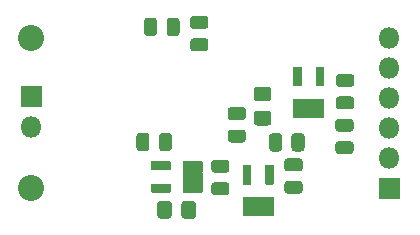
<source format=gbr>
G04 #@! TF.GenerationSoftware,KiCad,Pcbnew,(5.1.7)-1*
G04 #@! TF.CreationDate,2021-02-01T17:00:47-08:00*
G04 #@! TF.ProjectId,Conductivity_Sensor_v2,436f6e64-7563-4746-9976-6974795f5365,rev?*
G04 #@! TF.SameCoordinates,Original*
G04 #@! TF.FileFunction,Soldermask,Bot*
G04 #@! TF.FilePolarity,Negative*
%FSLAX46Y46*%
G04 Gerber Fmt 4.6, Leading zero omitted, Abs format (unit mm)*
G04 Created by KiCad (PCBNEW (5.1.7)-1) date 2021-02-01 17:00:47*
%MOMM*%
%LPD*%
G01*
G04 APERTURE LIST*
%ADD10O,1.802000X1.802000*%
%ADD11C,2.202000*%
%ADD12C,0.100000*%
G04 APERTURE END LIST*
D10*
X144602200Y-54038500D03*
X144602200Y-56578500D03*
X144602200Y-59118500D03*
X144602200Y-61658500D03*
X144602200Y-64198500D03*
G36*
G01*
X143701200Y-67588500D02*
X143701200Y-65888500D01*
G75*
G02*
X143752200Y-65837500I51000J0D01*
G01*
X145452200Y-65837500D01*
G75*
G02*
X145503200Y-65888500I0J-51000D01*
G01*
X145503200Y-67588500D01*
G75*
G02*
X145452200Y-67639500I-51000J0D01*
G01*
X143752200Y-67639500D01*
G75*
G02*
X143701200Y-67588500I0J51000D01*
G01*
G37*
G36*
G01*
X135999100Y-66111300D02*
X137000100Y-66111300D01*
G75*
G02*
X137275600Y-66386800I0J-275500D01*
G01*
X137275600Y-66937800D01*
G75*
G02*
X137000100Y-67213300I-275500J0D01*
G01*
X135999100Y-67213300D01*
G75*
G02*
X135723600Y-66937800I0J275500D01*
G01*
X135723600Y-66386800D01*
G75*
G02*
X135999100Y-66111300I275500J0D01*
G01*
G37*
G36*
G01*
X135999100Y-64211300D02*
X137000100Y-64211300D01*
G75*
G02*
X137275600Y-64486800I0J-275500D01*
G01*
X137275600Y-65037800D01*
G75*
G02*
X137000100Y-65313300I-275500J0D01*
G01*
X135999100Y-65313300D01*
G75*
G02*
X135723600Y-65037800I0J275500D01*
G01*
X135723600Y-64486800D01*
G75*
G02*
X135999100Y-64211300I275500J0D01*
G01*
G37*
G36*
G01*
X131198500Y-61762900D02*
X132199500Y-61762900D01*
G75*
G02*
X132475000Y-62038400I0J-275500D01*
G01*
X132475000Y-62589400D01*
G75*
G02*
X132199500Y-62864900I-275500J0D01*
G01*
X131198500Y-62864900D01*
G75*
G02*
X130923000Y-62589400I0J275500D01*
G01*
X130923000Y-62038400D01*
G75*
G02*
X131198500Y-61762900I275500J0D01*
G01*
G37*
G36*
G01*
X131198500Y-59862900D02*
X132199500Y-59862900D01*
G75*
G02*
X132475000Y-60138400I0J-275500D01*
G01*
X132475000Y-60689400D01*
G75*
G02*
X132199500Y-60964900I-275500J0D01*
G01*
X131198500Y-60964900D01*
G75*
G02*
X130923000Y-60689400I0J275500D01*
G01*
X130923000Y-60138400D01*
G75*
G02*
X131198500Y-59862900I275500J0D01*
G01*
G37*
G36*
G01*
X124950000Y-52572800D02*
X124950000Y-53573800D01*
G75*
G02*
X124674500Y-53849300I-275500J0D01*
G01*
X124123500Y-53849300D01*
G75*
G02*
X123848000Y-53573800I0J275500D01*
G01*
X123848000Y-52572800D01*
G75*
G02*
X124123500Y-52297300I275500J0D01*
G01*
X124674500Y-52297300D01*
G75*
G02*
X124950000Y-52572800I0J-275500D01*
G01*
G37*
G36*
G01*
X126850000Y-52572800D02*
X126850000Y-53573800D01*
G75*
G02*
X126574500Y-53849300I-275500J0D01*
G01*
X126023500Y-53849300D01*
G75*
G02*
X125748000Y-53573800I0J275500D01*
G01*
X125748000Y-52572800D01*
G75*
G02*
X126023500Y-52297300I275500J0D01*
G01*
X126574500Y-52297300D01*
G75*
G02*
X126850000Y-52572800I0J-275500D01*
G01*
G37*
G36*
G01*
X141318100Y-61945300D02*
X140317100Y-61945300D01*
G75*
G02*
X140041600Y-61669800I0J275500D01*
G01*
X140041600Y-61118800D01*
G75*
G02*
X140317100Y-60843300I275500J0D01*
G01*
X141318100Y-60843300D01*
G75*
G02*
X141593600Y-61118800I0J-275500D01*
G01*
X141593600Y-61669800D01*
G75*
G02*
X141318100Y-61945300I-275500J0D01*
G01*
G37*
G36*
G01*
X141318100Y-63845300D02*
X140317100Y-63845300D01*
G75*
G02*
X140041600Y-63569800I0J275500D01*
G01*
X140041600Y-63018800D01*
G75*
G02*
X140317100Y-62743300I275500J0D01*
G01*
X141318100Y-62743300D01*
G75*
G02*
X141593600Y-63018800I0J-275500D01*
G01*
X141593600Y-63569800D01*
G75*
G02*
X141318100Y-63845300I-275500J0D01*
G01*
G37*
G36*
G01*
X141368900Y-58160700D02*
X140367900Y-58160700D01*
G75*
G02*
X140092400Y-57885200I0J275500D01*
G01*
X140092400Y-57334200D01*
G75*
G02*
X140367900Y-57058700I275500J0D01*
G01*
X141368900Y-57058700D01*
G75*
G02*
X141644400Y-57334200I0J-275500D01*
G01*
X141644400Y-57885200D01*
G75*
G02*
X141368900Y-58160700I-275500J0D01*
G01*
G37*
G36*
G01*
X141368900Y-60060700D02*
X140367900Y-60060700D01*
G75*
G02*
X140092400Y-59785200I0J275500D01*
G01*
X140092400Y-59234200D01*
G75*
G02*
X140367900Y-58958700I275500J0D01*
G01*
X141368900Y-58958700D01*
G75*
G02*
X141644400Y-59234200I0J-275500D01*
G01*
X141644400Y-59785200D01*
G75*
G02*
X141368900Y-60060700I-275500J0D01*
G01*
G37*
G36*
G01*
X136329600Y-63352800D02*
X136329600Y-62351800D01*
G75*
G02*
X136605100Y-62076300I275500J0D01*
G01*
X137156100Y-62076300D01*
G75*
G02*
X137431600Y-62351800I0J-275500D01*
G01*
X137431600Y-63352800D01*
G75*
G02*
X137156100Y-63628300I-275500J0D01*
G01*
X136605100Y-63628300D01*
G75*
G02*
X136329600Y-63352800I0J275500D01*
G01*
G37*
G36*
G01*
X134429600Y-63352800D02*
X134429600Y-62351800D01*
G75*
G02*
X134705100Y-62076300I275500J0D01*
G01*
X135256100Y-62076300D01*
G75*
G02*
X135531600Y-62351800I0J-275500D01*
G01*
X135531600Y-63352800D01*
G75*
G02*
X135256100Y-63628300I-275500J0D01*
G01*
X134705100Y-63628300D01*
G75*
G02*
X134429600Y-63352800I0J275500D01*
G01*
G37*
G36*
G01*
X125102800Y-63327400D02*
X125102800Y-62326400D01*
G75*
G02*
X125378300Y-62050900I275500J0D01*
G01*
X125929300Y-62050900D01*
G75*
G02*
X126204800Y-62326400I0J-275500D01*
G01*
X126204800Y-63327400D01*
G75*
G02*
X125929300Y-63602900I-275500J0D01*
G01*
X125378300Y-63602900D01*
G75*
G02*
X125102800Y-63327400I0J275500D01*
G01*
G37*
G36*
G01*
X123202800Y-63327400D02*
X123202800Y-62326400D01*
G75*
G02*
X123478300Y-62050900I275500J0D01*
G01*
X124029300Y-62050900D01*
G75*
G02*
X124304800Y-62326400I0J-275500D01*
G01*
X124304800Y-63327400D01*
G75*
G02*
X124029300Y-63602900I-275500J0D01*
G01*
X123478300Y-63602900D01*
G75*
G02*
X123202800Y-63327400I0J275500D01*
G01*
G37*
G36*
G01*
X129801500Y-66223100D02*
X130802500Y-66223100D01*
G75*
G02*
X131078000Y-66498600I0J-275500D01*
G01*
X131078000Y-67049600D01*
G75*
G02*
X130802500Y-67325100I-275500J0D01*
G01*
X129801500Y-67325100D01*
G75*
G02*
X129526000Y-67049600I0J275500D01*
G01*
X129526000Y-66498600D01*
G75*
G02*
X129801500Y-66223100I275500J0D01*
G01*
G37*
G36*
G01*
X129801500Y-64323100D02*
X130802500Y-64323100D01*
G75*
G02*
X131078000Y-64598600I0J-275500D01*
G01*
X131078000Y-65149600D01*
G75*
G02*
X130802500Y-65425100I-275500J0D01*
G01*
X129801500Y-65425100D01*
G75*
G02*
X129526000Y-65149600I0J275500D01*
G01*
X129526000Y-64598600D01*
G75*
G02*
X129801500Y-64323100I275500J0D01*
G01*
G37*
G36*
G01*
X128023500Y-54046300D02*
X129024500Y-54046300D01*
G75*
G02*
X129300000Y-54321800I0J-275500D01*
G01*
X129300000Y-54872800D01*
G75*
G02*
X129024500Y-55148300I-275500J0D01*
G01*
X128023500Y-55148300D01*
G75*
G02*
X127748000Y-54872800I0J275500D01*
G01*
X127748000Y-54321800D01*
G75*
G02*
X128023500Y-54046300I275500J0D01*
G01*
G37*
G36*
G01*
X128023500Y-52146300D02*
X129024500Y-52146300D01*
G75*
G02*
X129300000Y-52421800I0J-275500D01*
G01*
X129300000Y-52972800D01*
G75*
G02*
X129024500Y-53248300I-275500J0D01*
G01*
X128023500Y-53248300D01*
G75*
G02*
X127748000Y-52972800I0J275500D01*
G01*
X127748000Y-52421800D01*
G75*
G02*
X128023500Y-52146300I275500J0D01*
G01*
G37*
G36*
G01*
X134787601Y-66418900D02*
X134137599Y-66418900D01*
G75*
G02*
X134086600Y-66367901I0J50999D01*
G01*
X134086600Y-64807899D01*
G75*
G02*
X134137599Y-64756900I50999J0D01*
G01*
X134787601Y-64756900D01*
G75*
G02*
X134838600Y-64807899I0J-50999D01*
G01*
X134838600Y-66367901D01*
G75*
G02*
X134787601Y-66418900I-50999J0D01*
G01*
G37*
G36*
G01*
X132887601Y-66418900D02*
X132237599Y-66418900D01*
G75*
G02*
X132186600Y-66367901I0J50999D01*
G01*
X132186600Y-64807899D01*
G75*
G02*
X132237599Y-64756900I50999J0D01*
G01*
X132887601Y-64756900D01*
G75*
G02*
X132938600Y-64807899I0J-50999D01*
G01*
X132938600Y-66367901D01*
G75*
G02*
X132887601Y-66418900I-50999J0D01*
G01*
G37*
G36*
G01*
X132887601Y-69118900D02*
X132237599Y-69118900D01*
G75*
G02*
X132186600Y-69067901I0J50999D01*
G01*
X132186600Y-67507899D01*
G75*
G02*
X132237599Y-67456900I50999J0D01*
G01*
X132887601Y-67456900D01*
G75*
G02*
X132938600Y-67507899I0J-50999D01*
G01*
X132938600Y-69067901D01*
G75*
G02*
X132887601Y-69118900I-50999J0D01*
G01*
G37*
G36*
G01*
X133837601Y-69118900D02*
X133187599Y-69118900D01*
G75*
G02*
X133136600Y-69067901I0J50999D01*
G01*
X133136600Y-67507899D01*
G75*
G02*
X133187599Y-67456900I50999J0D01*
G01*
X133837601Y-67456900D01*
G75*
G02*
X133888600Y-67507899I0J-50999D01*
G01*
X133888600Y-69067901D01*
G75*
G02*
X133837601Y-69118900I-50999J0D01*
G01*
G37*
G36*
G01*
X134787601Y-69118900D02*
X134137599Y-69118900D01*
G75*
G02*
X134086600Y-69067901I0J50999D01*
G01*
X134086600Y-67507899D01*
G75*
G02*
X134137599Y-67456900I50999J0D01*
G01*
X134787601Y-67456900D01*
G75*
G02*
X134838600Y-67507899I0J-50999D01*
G01*
X134838600Y-69067901D01*
G75*
G02*
X134787601Y-69118900I-50999J0D01*
G01*
G37*
D11*
X114300000Y-66675000D03*
X114300000Y-53975000D03*
D10*
X114300000Y-61531500D03*
G36*
G01*
X113399000Y-59841500D02*
X113399000Y-58141500D01*
G75*
G02*
X113450000Y-58090500I51000J0D01*
G01*
X115150000Y-58090500D01*
G75*
G02*
X115201000Y-58141500I0J-51000D01*
G01*
X115201000Y-59841500D01*
G75*
G02*
X115150000Y-59892500I-51000J0D01*
G01*
X113450000Y-59892500D01*
G75*
G02*
X113399000Y-59841500I0J51000D01*
G01*
G37*
G36*
G01*
X128253600Y-68088472D02*
X128253600Y-69046128D01*
G75*
G02*
X127981428Y-69318300I-272172J0D01*
G01*
X127273772Y-69318300D01*
G75*
G02*
X127001600Y-69046128I0J272172D01*
G01*
X127001600Y-68088472D01*
G75*
G02*
X127273772Y-67816300I272172J0D01*
G01*
X127981428Y-67816300D01*
G75*
G02*
X128253600Y-68088472I0J-272172D01*
G01*
G37*
G36*
G01*
X126203600Y-68088472D02*
X126203600Y-69046128D01*
G75*
G02*
X125931428Y-69318300I-272172J0D01*
G01*
X125223772Y-69318300D01*
G75*
G02*
X124951600Y-69046128I0J272172D01*
G01*
X124951600Y-68088472D01*
G75*
G02*
X125223772Y-67816300I272172J0D01*
G01*
X125931428Y-67816300D01*
G75*
G02*
X126203600Y-68088472I0J-272172D01*
G01*
G37*
G36*
G01*
X133404572Y-58127900D02*
X134362228Y-58127900D01*
G75*
G02*
X134634400Y-58400072I0J-272172D01*
G01*
X134634400Y-59107728D01*
G75*
G02*
X134362228Y-59379900I-272172J0D01*
G01*
X133404572Y-59379900D01*
G75*
G02*
X133132400Y-59107728I0J272172D01*
G01*
X133132400Y-58400072D01*
G75*
G02*
X133404572Y-58127900I272172J0D01*
G01*
G37*
G36*
G01*
X133404572Y-60177900D02*
X134362228Y-60177900D01*
G75*
G02*
X134634400Y-60450072I0J-272172D01*
G01*
X134634400Y-61157728D01*
G75*
G02*
X134362228Y-61429900I-272172J0D01*
G01*
X133404572Y-61429900D01*
G75*
G02*
X133132400Y-61157728I0J272172D01*
G01*
X133132400Y-60450072D01*
G75*
G02*
X133404572Y-60177900I272172J0D01*
G01*
G37*
G36*
G01*
X128800000Y-64498299D02*
X128800000Y-65148301D01*
G75*
G02*
X128749001Y-65199300I-50999J0D01*
G01*
X127188999Y-65199300D01*
G75*
G02*
X127138000Y-65148301I0J50999D01*
G01*
X127138000Y-64498299D01*
G75*
G02*
X127188999Y-64447300I50999J0D01*
G01*
X128749001Y-64447300D01*
G75*
G02*
X128800000Y-64498299I0J-50999D01*
G01*
G37*
G36*
G01*
X128800000Y-65448299D02*
X128800000Y-66098301D01*
G75*
G02*
X128749001Y-66149300I-50999J0D01*
G01*
X127188999Y-66149300D01*
G75*
G02*
X127138000Y-66098301I0J50999D01*
G01*
X127138000Y-65448299D01*
G75*
G02*
X127188999Y-65397300I50999J0D01*
G01*
X128749001Y-65397300D01*
G75*
G02*
X128800000Y-65448299I0J-50999D01*
G01*
G37*
G36*
G01*
X128800000Y-66398299D02*
X128800000Y-67048301D01*
G75*
G02*
X128749001Y-67099300I-50999J0D01*
G01*
X127188999Y-67099300D01*
G75*
G02*
X127138000Y-67048301I0J50999D01*
G01*
X127138000Y-66398299D01*
G75*
G02*
X127188999Y-66347300I50999J0D01*
G01*
X128749001Y-66347300D01*
G75*
G02*
X128800000Y-66398299I0J-50999D01*
G01*
G37*
G36*
G01*
X126100000Y-66398299D02*
X126100000Y-67048301D01*
G75*
G02*
X126049001Y-67099300I-50999J0D01*
G01*
X124488999Y-67099300D01*
G75*
G02*
X124438000Y-67048301I0J50999D01*
G01*
X124438000Y-66398299D01*
G75*
G02*
X124488999Y-66347300I50999J0D01*
G01*
X126049001Y-66347300D01*
G75*
G02*
X126100000Y-66398299I0J-50999D01*
G01*
G37*
G36*
G01*
X126100000Y-64498299D02*
X126100000Y-65148301D01*
G75*
G02*
X126049001Y-65199300I-50999J0D01*
G01*
X124488999Y-65199300D01*
G75*
G02*
X124438000Y-65148301I0J50999D01*
G01*
X124438000Y-64498299D01*
G75*
G02*
X124488999Y-64447300I50999J0D01*
G01*
X126049001Y-64447300D01*
G75*
G02*
X126100000Y-64498299I0J-50999D01*
G01*
G37*
G36*
G01*
X139070001Y-60816900D02*
X138419999Y-60816900D01*
G75*
G02*
X138369000Y-60765901I0J50999D01*
G01*
X138369000Y-59205899D01*
G75*
G02*
X138419999Y-59154900I50999J0D01*
G01*
X139070001Y-59154900D01*
G75*
G02*
X139121000Y-59205899I0J-50999D01*
G01*
X139121000Y-60765901D01*
G75*
G02*
X139070001Y-60816900I-50999J0D01*
G01*
G37*
G36*
G01*
X138120001Y-60816900D02*
X137469999Y-60816900D01*
G75*
G02*
X137419000Y-60765901I0J50999D01*
G01*
X137419000Y-59205899D01*
G75*
G02*
X137469999Y-59154900I50999J0D01*
G01*
X138120001Y-59154900D01*
G75*
G02*
X138171000Y-59205899I0J-50999D01*
G01*
X138171000Y-60765901D01*
G75*
G02*
X138120001Y-60816900I-50999J0D01*
G01*
G37*
G36*
G01*
X137170001Y-60816900D02*
X136519999Y-60816900D01*
G75*
G02*
X136469000Y-60765901I0J50999D01*
G01*
X136469000Y-59205899D01*
G75*
G02*
X136519999Y-59154900I50999J0D01*
G01*
X137170001Y-59154900D01*
G75*
G02*
X137221000Y-59205899I0J-50999D01*
G01*
X137221000Y-60765901D01*
G75*
G02*
X137170001Y-60816900I-50999J0D01*
G01*
G37*
G36*
G01*
X137170001Y-58116900D02*
X136519999Y-58116900D01*
G75*
G02*
X136469000Y-58065901I0J50999D01*
G01*
X136469000Y-56505899D01*
G75*
G02*
X136519999Y-56454900I50999J0D01*
G01*
X137170001Y-56454900D01*
G75*
G02*
X137221000Y-56505899I0J-50999D01*
G01*
X137221000Y-58065901D01*
G75*
G02*
X137170001Y-58116900I-50999J0D01*
G01*
G37*
G36*
G01*
X139070001Y-58116900D02*
X138419999Y-58116900D01*
G75*
G02*
X138369000Y-58065901I0J50999D01*
G01*
X138369000Y-56505899D01*
G75*
G02*
X138419999Y-56454900I50999J0D01*
G01*
X139070001Y-56454900D01*
G75*
G02*
X139121000Y-56505899I0J-50999D01*
G01*
X139121000Y-58065901D01*
G75*
G02*
X139070001Y-58116900I-50999J0D01*
G01*
G37*
D12*
G36*
X134088332Y-67455900D02*
G01*
X134088600Y-67456900D01*
X134088600Y-69118900D01*
X134087600Y-69120632D01*
X134086600Y-69120900D01*
X133888600Y-69120900D01*
X133886868Y-69119900D01*
X133886600Y-69118900D01*
X133886600Y-67458900D01*
X133138600Y-67458900D01*
X133138600Y-69118900D01*
X133137600Y-69120632D01*
X133136600Y-69120900D01*
X132938600Y-69120900D01*
X132936868Y-69119900D01*
X132936600Y-69118900D01*
X132936600Y-67456900D01*
X132937600Y-67455168D01*
X132938600Y-67454900D01*
X134086600Y-67454900D01*
X134088332Y-67455900D01*
G37*
G36*
X128801732Y-66148300D02*
G01*
X128802000Y-66149300D01*
X128802000Y-66347300D01*
X128801000Y-66349032D01*
X128800000Y-66349300D01*
X127138000Y-66349300D01*
X127136268Y-66348300D01*
X127136000Y-66347300D01*
X127136000Y-66149300D01*
X127137000Y-66147568D01*
X127138000Y-66147300D01*
X128800000Y-66147300D01*
X128801732Y-66148300D01*
G37*
G36*
X128801732Y-65198300D02*
G01*
X128802000Y-65199300D01*
X128802000Y-65397300D01*
X128801000Y-65399032D01*
X128800000Y-65399300D01*
X127138000Y-65399300D01*
X127136268Y-65398300D01*
X127136000Y-65397300D01*
X127136000Y-65199300D01*
X127137000Y-65197568D01*
X127138000Y-65197300D01*
X128800000Y-65197300D01*
X128801732Y-65198300D01*
G37*
G36*
X138370732Y-59153900D02*
G01*
X138371000Y-59154900D01*
X138371000Y-60816900D01*
X138370000Y-60818632D01*
X138369000Y-60818900D01*
X138171000Y-60818900D01*
X138169268Y-60817900D01*
X138169000Y-60816900D01*
X138169000Y-59156900D01*
X137421000Y-59156900D01*
X137421000Y-60816900D01*
X137420000Y-60818632D01*
X137419000Y-60818900D01*
X137221000Y-60818900D01*
X137219268Y-60817900D01*
X137219000Y-60816900D01*
X137219000Y-59154900D01*
X137220000Y-59153168D01*
X137221000Y-59152900D01*
X138369000Y-59152900D01*
X138370732Y-59153900D01*
G37*
M02*

</source>
